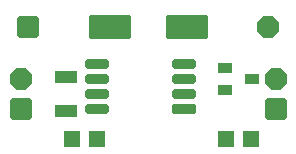
<source format=gts>
%FSLAX35Y35*%
%MOIN*%
%TF.FileFunction,Soldermask,Top*%
%ADD10C,0.00197*%
%ADD11C,0.00295*%
%ADD12C,0.00984*%
%ADD13C,0.01024*%
%ADD14C,0.01181*%
%ADD15C,0.01575*%
%ADD16C,0.01969*%
%ADD17C,0.02362*%
%ADD18C,0.03150*%
%ADD19C,0.05000*%
%AMR_20*21,1,0.00984,0.00984,0,0,0.000*%
%ADD20R_20*%
%AMR_21*21,1,0.01837,0.01837,0,0,0.000*%
%ADD21R_21*%
%AMR_22*21,1,0.01969,0.01969,0,0,0.000*%
%ADD22R_22*%
%AMOCT_23*4,1,8,0.015748,0.031496,0.007874,0.039370,-0.007874,0.039370,-0.015748,0.031496,-0.015748,-0.031496,-0.007874,-0.039370,0.007874,-0.039370,0.015748,-0.031496,0.015748,0.031496,90.000*%
%ADD23OCT_23*%
%AMOCT_24*4,1,8,0.023622,0.011811,0.011811,0.023622,-0.011811,0.023622,-0.023622,0.011811,-0.023622,-0.011811,-0.011811,-0.023622,0.011811,-0.023622,0.023622,-0.011811,0.023622,0.011811,0.000*%
%ADD24OCT_24*%
%AMOCT_25*4,1,8,0.031496,0.015748,0.015748,0.031496,-0.015748,0.031496,-0.031496,0.015748,-0.031496,-0.015748,-0.015748,-0.031496,0.015748,-0.031496,0.031496,-0.015748,0.031496,0.015748,180.000*%
%ADD25OCT_25*%
%AMOCT_26*4,1,8,0.035433,0.017717,0.017717,0.035433,-0.017717,0.035433,-0.035433,0.017717,-0.035433,-0.017717,-0.017717,-0.035433,0.017717,-0.035433,0.035433,-0.017717,0.035433,0.017717,0.000*%
%ADD26OCT_26*%
%AMOCT_27*4,1,8,0.035433,0.017717,0.017717,0.035433,-0.017717,0.035433,-0.035433,0.017717,-0.035433,-0.017717,-0.017717,-0.035433,0.017717,-0.035433,0.035433,-0.017717,0.035433,0.017717,90.000*%
%ADD27OCT_27*%
%AMRR_28*21,1,0.03150,0.04409,0,0,270.000*21,1,0.02835,0.04724,0,0,270.000*1,1,0.00315,0.02205,-0.01417*1,1,0.00315,-0.02205,0.01417*1,1,0.00315,-0.02205,-0.01417*1,1,0.00315,0.02205,0.01417*%
%ADD28RR_28*%
%AMRR_29*21,1,0.03150,0.07244,0,0,90.000*21,1,0.02520,0.07874,0,0,90.000*1,1,0.00630,-0.03622,0.01260*1,1,0.00630,0.03622,-0.01260*1,1,0.00630,0.03622,0.01260*1,1,0.00630,-0.03622,-0.01260*%
%ADD29RR_29*%
%AMRR_30*21,1,0.04331,0.06654,0,0,270.000*21,1,0.03898,0.07087,0,0,270.000*1,1,0.00433,0.03327,-0.01949*1,1,0.00433,-0.03327,0.01949*1,1,0.00433,-0.03327,-0.01949*1,1,0.00433,0.03327,0.01949*%
%ADD30RR_30*%
%AMRR_31*21,1,0.05512,0.04961,0,0,0.000*21,1,0.04961,0.05512,0,0,0.000*1,1,0.00551,0.02480,0.02480*1,1,0.00551,-0.02480,-0.02480*1,1,0.00551,0.02480,-0.02480*1,1,0.00551,-0.02480,0.02480*%
%ADD31RR_31*%
%AMRR_32*21,1,0.05512,0.04961,0,0,180.000*21,1,0.04961,0.05512,0,0,180.000*1,1,0.00551,-0.02480,-0.02480*1,1,0.00551,0.02480,0.02480*1,1,0.00551,-0.02480,0.02480*1,1,0.00551,0.02480,-0.02480*%
%ADD32RR_32*%
%AMRR_33*21,1,0.05512,0.04961,0,0,270.000*21,1,0.04961,0.05512,0,0,270.000*1,1,0.00551,0.02480,-0.02480*1,1,0.00551,-0.02480,0.02480*1,1,0.00551,-0.02480,-0.02480*1,1,0.00551,0.02480,0.02480*%
%ADD33RR_33*%
%AMRR_34*21,1,0.06299,0.05039,0,0,180.000*21,1,0.05039,0.06299,0,0,180.000*1,1,0.01260,-0.02520,-0.02520*1,1,0.01260,0.02520,0.02520*1,1,0.01260,-0.02520,0.02520*1,1,0.01260,0.02520,-0.02520*%
%ADD34RR_34*%
%AMRR_35*21,1,0.07087,0.05669,0,0,0.000*21,1,0.05669,0.07087,0,0,0.000*1,1,0.01417,0.02835,0.02835*1,1,0.01417,-0.02835,-0.02835*1,1,0.01417,0.02835,-0.02835*1,1,0.01417,-0.02835,0.02835*%
%ADD35RR_35*%
%AMRR_36*21,1,0.07087,0.05669,0,0,90.000*21,1,0.05669,0.07087,0,0,90.000*1,1,0.01417,-0.02835,0.02835*1,1,0.01417,0.02835,-0.02835*1,1,0.01417,0.02835,0.02835*1,1,0.01417,-0.02835,-0.02835*%
%ADD36RR_36*%
%AMRR_37*21,1,0.13780,0.07087,0,0,180.000*21,1,0.12992,0.07874,0,0,180.000*1,1,0.00787,-0.06496,-0.03543*1,1,0.00787,0.06496,0.03543*1,1,0.00787,-0.06496,0.03543*1,1,0.00787,0.06496,-0.03543*%
%ADD37RR_37*%
G54D23*
X62086Y22500D03*
X62086Y27500D03*
X62086Y32500D03*
X32913Y32500D03*
X32913Y27500D03*
X32913Y22500D03*
X32913Y17500D03*
G54D26*
X90000Y45000D03*
G54D27*
X92500Y27500D03*
X7500Y27500D03*
G54D28*
X75472Y31240D03*
X75472Y23759D03*
X84527Y27500D03*
G54D29*
X62086Y17500D03*
G54D30*
X22500Y16791D03*
X22500Y28208D03*
G54D31*
X84200Y7500D03*
X75800Y7500D03*
X32950Y7500D03*
X24550Y7500D03*
G54D35*
X10000Y45000D03*
G54D36*
X92500Y17500D03*
X7500Y17500D03*
G54D37*
X62795Y45000D03*
X37204Y45000D03*
M02*

</source>
